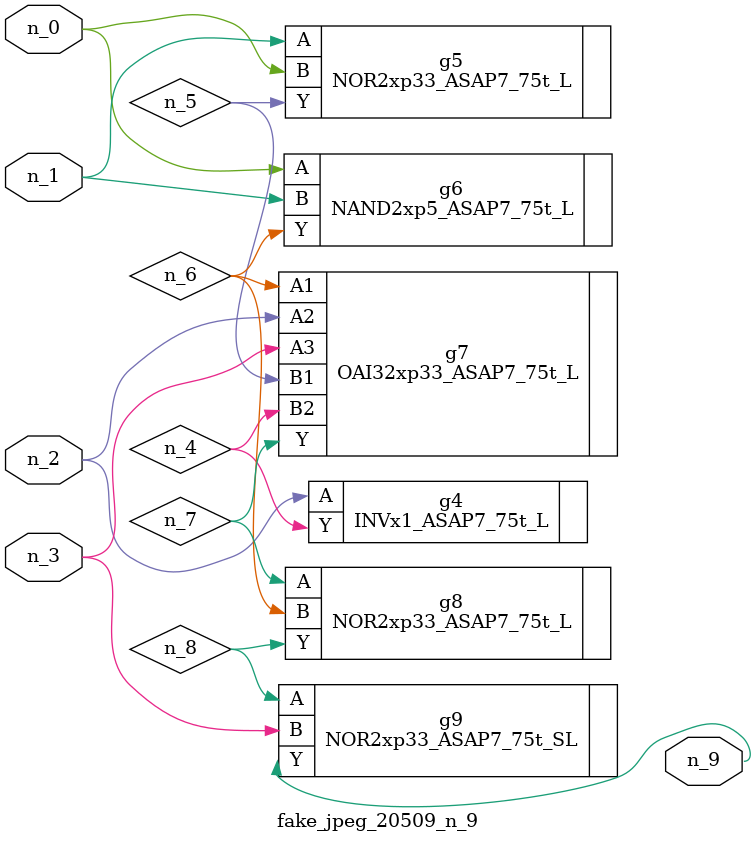
<source format=v>
module fake_jpeg_20509_n_9 (n_0, n_3, n_2, n_1, n_9);

input n_0;
input n_3;
input n_2;
input n_1;

output n_9;

wire n_4;
wire n_8;
wire n_6;
wire n_5;
wire n_7;

INVx1_ASAP7_75t_L g4 ( 
.A(n_2),
.Y(n_4)
);

NOR2xp33_ASAP7_75t_L g5 ( 
.A(n_1),
.B(n_0),
.Y(n_5)
);

NAND2xp5_ASAP7_75t_L g6 ( 
.A(n_0),
.B(n_1),
.Y(n_6)
);

OAI32xp33_ASAP7_75t_L g7 ( 
.A1(n_6),
.A2(n_2),
.A3(n_3),
.B1(n_5),
.B2(n_4),
.Y(n_7)
);

NOR2xp33_ASAP7_75t_L g8 ( 
.A(n_7),
.B(n_6),
.Y(n_8)
);

NOR2xp33_ASAP7_75t_SL g9 ( 
.A(n_8),
.B(n_3),
.Y(n_9)
);


endmodule
</source>
